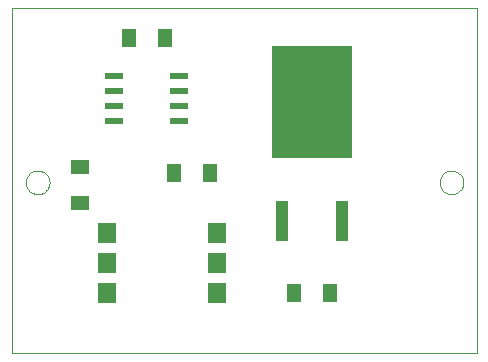
<source format=gtp>
G75*
%MOIN*%
%OFA0B0*%
%FSLAX24Y24*%
%IPPOS*%
%LPD*%
%AMOC8*
5,1,8,0,0,1.08239X$1,22.5*
%
%ADD10C,0.0000*%
%ADD11R,0.0598X0.0701*%
%ADD12R,0.0394X0.1339*%
%ADD13R,0.2677X0.3780*%
%ADD14R,0.0512X0.0630*%
%ADD15R,0.0630X0.0512*%
%ADD16R,0.0600X0.0240*%
D10*
X000100Y000100D02*
X000100Y011596D01*
X015600Y011596D01*
X015600Y000100D01*
X000100Y000100D01*
X000576Y005800D02*
X000578Y005839D01*
X000584Y005878D01*
X000594Y005916D01*
X000607Y005953D01*
X000624Y005988D01*
X000644Y006022D01*
X000668Y006053D01*
X000695Y006082D01*
X000724Y006108D01*
X000756Y006131D01*
X000790Y006151D01*
X000826Y006167D01*
X000863Y006179D01*
X000902Y006188D01*
X000941Y006193D01*
X000980Y006194D01*
X001019Y006191D01*
X001058Y006184D01*
X001095Y006173D01*
X001132Y006159D01*
X001167Y006141D01*
X001200Y006120D01*
X001231Y006095D01*
X001259Y006068D01*
X001284Y006038D01*
X001306Y006005D01*
X001325Y005971D01*
X001340Y005935D01*
X001352Y005897D01*
X001360Y005859D01*
X001364Y005820D01*
X001364Y005780D01*
X001360Y005741D01*
X001352Y005703D01*
X001340Y005665D01*
X001325Y005629D01*
X001306Y005595D01*
X001284Y005562D01*
X001259Y005532D01*
X001231Y005505D01*
X001200Y005480D01*
X001167Y005459D01*
X001132Y005441D01*
X001095Y005427D01*
X001058Y005416D01*
X001019Y005409D01*
X000980Y005406D01*
X000941Y005407D01*
X000902Y005412D01*
X000863Y005421D01*
X000826Y005433D01*
X000790Y005449D01*
X000756Y005469D01*
X000724Y005492D01*
X000695Y005518D01*
X000668Y005547D01*
X000644Y005578D01*
X000624Y005612D01*
X000607Y005647D01*
X000594Y005684D01*
X000584Y005722D01*
X000578Y005761D01*
X000576Y005800D01*
X014366Y005800D02*
X014368Y005839D01*
X014374Y005878D01*
X014384Y005916D01*
X014397Y005953D01*
X014414Y005988D01*
X014434Y006022D01*
X014458Y006053D01*
X014485Y006082D01*
X014514Y006108D01*
X014546Y006131D01*
X014580Y006151D01*
X014616Y006167D01*
X014653Y006179D01*
X014692Y006188D01*
X014731Y006193D01*
X014770Y006194D01*
X014809Y006191D01*
X014848Y006184D01*
X014885Y006173D01*
X014922Y006159D01*
X014957Y006141D01*
X014990Y006120D01*
X015021Y006095D01*
X015049Y006068D01*
X015074Y006038D01*
X015096Y006005D01*
X015115Y005971D01*
X015130Y005935D01*
X015142Y005897D01*
X015150Y005859D01*
X015154Y005820D01*
X015154Y005780D01*
X015150Y005741D01*
X015142Y005703D01*
X015130Y005665D01*
X015115Y005629D01*
X015096Y005595D01*
X015074Y005562D01*
X015049Y005532D01*
X015021Y005505D01*
X014990Y005480D01*
X014957Y005459D01*
X014922Y005441D01*
X014885Y005427D01*
X014848Y005416D01*
X014809Y005409D01*
X014770Y005406D01*
X014731Y005407D01*
X014692Y005412D01*
X014653Y005421D01*
X014616Y005433D01*
X014580Y005449D01*
X014546Y005469D01*
X014514Y005492D01*
X014485Y005518D01*
X014458Y005547D01*
X014434Y005578D01*
X014414Y005612D01*
X014397Y005647D01*
X014384Y005684D01*
X014374Y005722D01*
X014368Y005761D01*
X014366Y005800D01*
D11*
X006929Y004100D03*
X006929Y003100D03*
X006929Y002100D03*
X003271Y002100D03*
X003271Y003100D03*
X003271Y004100D03*
D12*
X009100Y004502D03*
X011100Y004502D03*
D13*
X010100Y008478D03*
D14*
X006700Y006100D03*
X005500Y006100D03*
X009500Y002100D03*
X010700Y002100D03*
X005200Y010610D03*
X004000Y010610D03*
D15*
X002380Y006310D03*
X002380Y005110D03*
D16*
X003520Y007850D03*
X003520Y008350D03*
X003520Y008850D03*
X003520Y009350D03*
X005680Y009350D03*
X005680Y008850D03*
X005680Y008350D03*
X005680Y007850D03*
M02*

</source>
